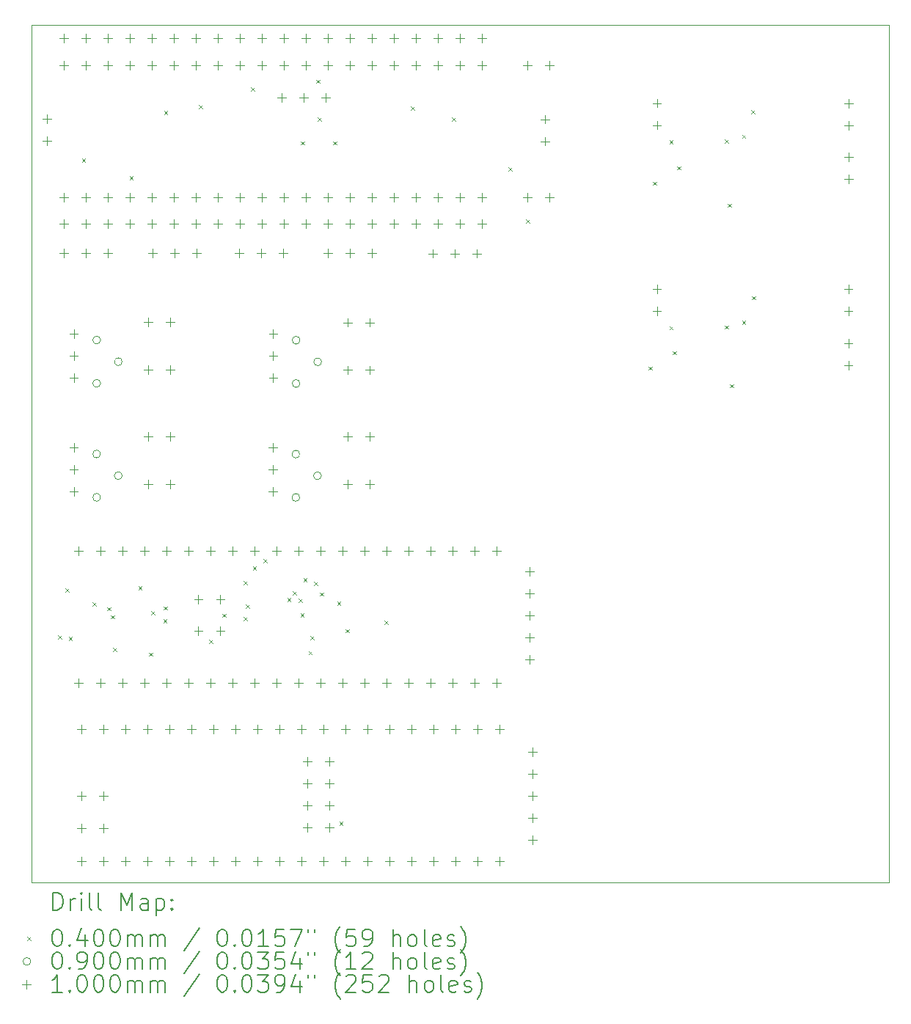
<source format=gbr>
%TF.GenerationSoftware,KiCad,Pcbnew,6.0.7+dfsg-1~bpo11+1*%
%TF.CreationDate,2022-09-15T22:54:31-04:00*%
%TF.ProjectId,COMPLETE_PCB,434f4d50-4c45-4544-955f-5043422e6b69,rev?*%
%TF.SameCoordinates,Original*%
%TF.FileFunction,Drillmap*%
%TF.FilePolarity,Positive*%
%FSLAX45Y45*%
G04 Gerber Fmt 4.5, Leading zero omitted, Abs format (unit mm)*
G04 Created by KiCad (PCBNEW 6.0.7+dfsg-1~bpo11+1) date 2022-09-15 22:54:31*
%MOMM*%
%LPD*%
G01*
G04 APERTURE LIST*
%ADD10C,0.100000*%
%ADD11C,0.200000*%
%ADD12C,0.040000*%
%ADD13C,0.090000*%
G04 APERTURE END LIST*
D10*
X2492000Y-2213000D02*
X12392000Y-2213000D01*
X12392000Y-2213000D02*
X12392000Y-12113000D01*
X12392000Y-12113000D02*
X2492000Y-12113000D01*
X2492000Y-12113000D02*
X2492000Y-2213000D01*
D11*
D12*
X2802120Y-9259410D02*
X2842120Y-9299410D01*
X2842120Y-9259410D02*
X2802120Y-9299410D01*
X2884120Y-8716410D02*
X2924120Y-8756410D01*
X2924120Y-8716410D02*
X2884120Y-8756410D01*
X2924120Y-9275440D02*
X2964120Y-9315440D01*
X2964120Y-9275440D02*
X2924120Y-9315440D01*
X3076000Y-3756000D02*
X3116000Y-3796000D01*
X3116000Y-3756000D02*
X3076000Y-3796000D01*
X3201350Y-8874640D02*
X3241350Y-8914640D01*
X3241350Y-8874640D02*
X3201350Y-8914640D01*
X3369120Y-8931410D02*
X3409120Y-8971410D01*
X3409120Y-8931410D02*
X3369120Y-8971410D01*
X3410539Y-9024772D02*
X3450539Y-9064772D01*
X3450539Y-9024772D02*
X3410539Y-9064772D01*
X3439120Y-9400410D02*
X3479120Y-9440410D01*
X3479120Y-9400410D02*
X3439120Y-9440410D01*
X3626000Y-3956000D02*
X3666000Y-3996000D01*
X3666000Y-3956000D02*
X3626000Y-3996000D01*
X3727940Y-8693590D02*
X3767940Y-8733590D01*
X3767940Y-8693590D02*
X3727940Y-8733590D01*
X3854120Y-9457940D02*
X3894120Y-9497940D01*
X3894120Y-9457940D02*
X3854120Y-9497940D01*
X3878380Y-8979420D02*
X3918380Y-9019420D01*
X3918380Y-8979420D02*
X3878380Y-9019420D01*
X4015540Y-9069410D02*
X4055540Y-9109410D01*
X4055540Y-9069410D02*
X4015540Y-9109410D01*
X4020734Y-8924510D02*
X4060734Y-8964510D01*
X4060734Y-8924510D02*
X4020734Y-8964510D01*
X4026000Y-3206000D02*
X4066000Y-3246000D01*
X4066000Y-3206000D02*
X4026000Y-3246000D01*
X4426000Y-3133550D02*
X4466000Y-3173550D01*
X4466000Y-3133550D02*
X4426000Y-3173550D01*
X4548120Y-9308410D02*
X4588120Y-9348410D01*
X4588120Y-9308410D02*
X4548120Y-9348410D01*
X4696120Y-9007410D02*
X4736120Y-9047410D01*
X4736120Y-9007410D02*
X4696120Y-9047410D01*
X4940941Y-8631760D02*
X4980941Y-8671760D01*
X4980941Y-8631760D02*
X4940941Y-8671760D01*
X4944279Y-9045310D02*
X4984279Y-9085310D01*
X4984279Y-9045310D02*
X4944279Y-9085310D01*
X4968120Y-8900410D02*
X5008120Y-8940410D01*
X5008120Y-8900410D02*
X4968120Y-8940410D01*
X5026000Y-2931000D02*
X5066000Y-2971000D01*
X5066000Y-2931000D02*
X5026000Y-2971000D01*
X5050395Y-8464225D02*
X5090395Y-8504225D01*
X5090395Y-8464225D02*
X5050395Y-8504225D01*
X5169310Y-8378220D02*
X5209310Y-8418220D01*
X5209310Y-8378220D02*
X5169310Y-8418220D01*
X5447200Y-8825787D02*
X5487200Y-8865787D01*
X5487200Y-8825787D02*
X5447200Y-8865787D01*
X5511598Y-8749348D02*
X5551598Y-8789348D01*
X5551598Y-8749348D02*
X5511598Y-8789348D01*
X5581120Y-8834410D02*
X5621120Y-8874410D01*
X5621120Y-8834410D02*
X5581120Y-8874410D01*
X5600120Y-9001410D02*
X5640120Y-9041410D01*
X5640120Y-9001410D02*
X5600120Y-9041410D01*
X5601000Y-3556000D02*
X5641000Y-3596000D01*
X5641000Y-3556000D02*
X5601000Y-3596000D01*
X5634483Y-8596973D02*
X5674483Y-8636973D01*
X5674483Y-8596973D02*
X5634483Y-8636973D01*
X5694120Y-9440410D02*
X5734120Y-9480410D01*
X5734120Y-9440410D02*
X5694120Y-9480410D01*
X5716120Y-9269410D02*
X5756120Y-9309410D01*
X5756120Y-9269410D02*
X5716120Y-9309410D01*
X5753670Y-8642690D02*
X5793670Y-8682690D01*
X5793670Y-8642690D02*
X5753670Y-8682690D01*
X5779747Y-2844913D02*
X5819747Y-2884913D01*
X5819747Y-2844913D02*
X5779747Y-2884913D01*
X5801000Y-3281000D02*
X5841000Y-3321000D01*
X5841000Y-3281000D02*
X5801000Y-3321000D01*
X5826120Y-8763410D02*
X5866120Y-8803410D01*
X5866120Y-8763410D02*
X5826120Y-8803410D01*
X5976000Y-3556000D02*
X6016000Y-3596000D01*
X6016000Y-3556000D02*
X5976000Y-3596000D01*
X6023120Y-8869410D02*
X6063120Y-8909410D01*
X6063120Y-8869410D02*
X6023120Y-8909410D01*
X6048660Y-11409990D02*
X6088660Y-11449990D01*
X6088660Y-11409990D02*
X6048660Y-11449990D01*
X6123410Y-9186920D02*
X6163410Y-9226920D01*
X6163410Y-9186920D02*
X6123410Y-9226920D01*
X6568120Y-9090410D02*
X6608120Y-9130410D01*
X6608120Y-9090410D02*
X6568120Y-9130410D01*
X6876000Y-3156000D02*
X6916000Y-3196000D01*
X6916000Y-3156000D02*
X6876000Y-3196000D01*
X7351000Y-3281000D02*
X7391000Y-3321000D01*
X7391000Y-3281000D02*
X7351000Y-3321000D01*
X8001000Y-3856000D02*
X8041000Y-3896000D01*
X8041000Y-3856000D02*
X8001000Y-3896000D01*
X8201000Y-4456000D02*
X8241000Y-4496000D01*
X8241000Y-4456000D02*
X8201000Y-4496000D01*
X9619300Y-6155617D02*
X9659300Y-6195617D01*
X9659300Y-6155617D02*
X9619300Y-6195617D01*
X9670100Y-4022017D02*
X9710100Y-4062017D01*
X9710100Y-4022017D02*
X9670100Y-4062017D01*
X9858500Y-3540817D02*
X9898500Y-3580817D01*
X9898500Y-3540817D02*
X9858500Y-3580817D01*
X9858750Y-5688067D02*
X9898750Y-5728067D01*
X9898750Y-5688067D02*
X9858750Y-5728067D01*
X9898700Y-5977817D02*
X9938700Y-6017817D01*
X9938700Y-5977817D02*
X9898700Y-6017817D01*
X9949500Y-3844217D02*
X9989500Y-3884217D01*
X9989500Y-3844217D02*
X9949500Y-3884217D01*
X10499000Y-3533317D02*
X10539000Y-3573317D01*
X10539000Y-3533317D02*
X10499000Y-3573317D01*
X10499250Y-5680567D02*
X10539250Y-5720567D01*
X10539250Y-5680567D02*
X10499250Y-5720567D01*
X10533700Y-4276017D02*
X10573700Y-4316017D01*
X10573700Y-4276017D02*
X10533700Y-4316017D01*
X10559100Y-6358817D02*
X10599100Y-6398817D01*
X10599100Y-6358817D02*
X10559100Y-6398817D01*
X10697500Y-3479817D02*
X10737500Y-3519817D01*
X10737500Y-3479817D02*
X10697500Y-3519817D01*
X10697750Y-5627067D02*
X10737750Y-5667067D01*
X10737750Y-5627067D02*
X10697750Y-5667067D01*
X10801500Y-3193817D02*
X10841500Y-3233817D01*
X10841500Y-3193817D02*
X10801500Y-3233817D01*
X10813100Y-5342817D02*
X10853100Y-5382817D01*
X10853100Y-5342817D02*
X10813100Y-5382817D01*
D13*
X3292000Y-5849000D02*
G75*
G03*
X3292000Y-5849000I-45000J0D01*
G01*
X3292000Y-6349000D02*
G75*
G03*
X3292000Y-6349000I-45000J0D01*
G01*
X3292000Y-7165000D02*
G75*
G03*
X3292000Y-7165000I-45000J0D01*
G01*
X3292000Y-7665000D02*
G75*
G03*
X3292000Y-7665000I-45000J0D01*
G01*
X3542000Y-6099000D02*
G75*
G03*
X3542000Y-6099000I-45000J0D01*
G01*
X3542000Y-7415000D02*
G75*
G03*
X3542000Y-7415000I-45000J0D01*
G01*
X5591000Y-7166000D02*
G75*
G03*
X5591000Y-7166000I-45000J0D01*
G01*
X5591000Y-7666000D02*
G75*
G03*
X5591000Y-7666000I-45000J0D01*
G01*
X5594000Y-5851000D02*
G75*
G03*
X5594000Y-5851000I-45000J0D01*
G01*
X5594000Y-6351000D02*
G75*
G03*
X5594000Y-6351000I-45000J0D01*
G01*
X5841000Y-7416000D02*
G75*
G03*
X5841000Y-7416000I-45000J0D01*
G01*
X5844000Y-6101000D02*
G75*
G03*
X5844000Y-6101000I-45000J0D01*
G01*
D10*
X2671000Y-3248500D02*
X2671000Y-3348500D01*
X2621000Y-3298500D02*
X2721000Y-3298500D01*
X2671000Y-3502500D02*
X2671000Y-3602500D01*
X2621000Y-3552500D02*
X2721000Y-3552500D01*
X2870000Y-4459000D02*
X2870000Y-4559000D01*
X2820000Y-4509000D02*
X2920000Y-4509000D01*
X2870000Y-4798000D02*
X2870000Y-4898000D01*
X2820000Y-4848000D02*
X2920000Y-4848000D01*
X2871000Y-2318000D02*
X2871000Y-2418000D01*
X2821000Y-2368000D02*
X2921000Y-2368000D01*
X2871000Y-2628540D02*
X2871000Y-2728540D01*
X2821000Y-2678540D02*
X2921000Y-2678540D01*
X2871000Y-4150000D02*
X2871000Y-4250000D01*
X2821000Y-4200000D02*
X2921000Y-4200000D01*
X2983000Y-5724000D02*
X2983000Y-5824000D01*
X2933000Y-5774000D02*
X3033000Y-5774000D01*
X2983000Y-5978000D02*
X2983000Y-6078000D01*
X2933000Y-6028000D02*
X3033000Y-6028000D01*
X2983000Y-6232000D02*
X2983000Y-6332000D01*
X2933000Y-6282000D02*
X3033000Y-6282000D01*
X2983000Y-7040000D02*
X2983000Y-7140000D01*
X2933000Y-7090000D02*
X3033000Y-7090000D01*
X2983000Y-7294000D02*
X2983000Y-7394000D01*
X2933000Y-7344000D02*
X3033000Y-7344000D01*
X2983000Y-7548000D02*
X2983000Y-7648000D01*
X2933000Y-7598000D02*
X3033000Y-7598000D01*
X3040120Y-8230410D02*
X3040120Y-8330410D01*
X2990120Y-8280410D02*
X3090120Y-8280410D01*
X3040120Y-9754410D02*
X3040120Y-9854410D01*
X2990120Y-9804410D02*
X3090120Y-9804410D01*
X3070120Y-11063330D02*
X3070120Y-11163330D01*
X3020120Y-11113330D02*
X3120120Y-11113330D01*
X3070120Y-11431810D02*
X3070120Y-11531810D01*
X3020120Y-11481810D02*
X3120120Y-11481810D01*
X3073180Y-10287350D02*
X3073180Y-10387350D01*
X3023180Y-10337350D02*
X3123180Y-10337350D01*
X3073180Y-11811350D02*
X3073180Y-11911350D01*
X3023180Y-11861350D02*
X3123180Y-11861350D01*
X3124000Y-4459000D02*
X3124000Y-4559000D01*
X3074000Y-4509000D02*
X3174000Y-4509000D01*
X3124000Y-4798000D02*
X3124000Y-4898000D01*
X3074000Y-4848000D02*
X3174000Y-4848000D01*
X3125000Y-2318000D02*
X3125000Y-2418000D01*
X3075000Y-2368000D02*
X3175000Y-2368000D01*
X3125000Y-2628540D02*
X3125000Y-2728540D01*
X3075000Y-2678540D02*
X3175000Y-2678540D01*
X3125000Y-4150000D02*
X3125000Y-4250000D01*
X3075000Y-4200000D02*
X3175000Y-4200000D01*
X3294120Y-8230410D02*
X3294120Y-8330410D01*
X3244120Y-8280410D02*
X3344120Y-8280410D01*
X3294120Y-9754410D02*
X3294120Y-9854410D01*
X3244120Y-9804410D02*
X3344120Y-9804410D01*
X3324120Y-11063330D02*
X3324120Y-11163330D01*
X3274120Y-11113330D02*
X3374120Y-11113330D01*
X3324120Y-11431810D02*
X3324120Y-11531810D01*
X3274120Y-11481810D02*
X3374120Y-11481810D01*
X3327180Y-10287350D02*
X3327180Y-10387350D01*
X3277180Y-10337350D02*
X3377180Y-10337350D01*
X3327180Y-11811350D02*
X3327180Y-11911350D01*
X3277180Y-11861350D02*
X3377180Y-11861350D01*
X3378000Y-4459000D02*
X3378000Y-4559000D01*
X3328000Y-4509000D02*
X3428000Y-4509000D01*
X3378000Y-4798000D02*
X3378000Y-4898000D01*
X3328000Y-4848000D02*
X3428000Y-4848000D01*
X3379000Y-2318000D02*
X3379000Y-2418000D01*
X3329000Y-2368000D02*
X3429000Y-2368000D01*
X3379000Y-2628540D02*
X3379000Y-2728540D01*
X3329000Y-2678540D02*
X3429000Y-2678540D01*
X3379000Y-4150000D02*
X3379000Y-4250000D01*
X3329000Y-4200000D02*
X3429000Y-4200000D01*
X3548120Y-8230410D02*
X3548120Y-8330410D01*
X3498120Y-8280410D02*
X3598120Y-8280410D01*
X3548120Y-9754410D02*
X3548120Y-9854410D01*
X3498120Y-9804410D02*
X3598120Y-9804410D01*
X3581180Y-10287350D02*
X3581180Y-10387350D01*
X3531180Y-10337350D02*
X3631180Y-10337350D01*
X3581180Y-11811350D02*
X3581180Y-11911350D01*
X3531180Y-11861350D02*
X3631180Y-11861350D01*
X3632000Y-4459000D02*
X3632000Y-4559000D01*
X3582000Y-4509000D02*
X3682000Y-4509000D01*
X3633000Y-2318000D02*
X3633000Y-2418000D01*
X3583000Y-2368000D02*
X3683000Y-2368000D01*
X3633000Y-2628540D02*
X3633000Y-2728540D01*
X3583000Y-2678540D02*
X3683000Y-2678540D01*
X3633000Y-4150000D02*
X3633000Y-4250000D01*
X3583000Y-4200000D02*
X3683000Y-4200000D01*
X3802120Y-8230410D02*
X3802120Y-8330410D01*
X3752120Y-8280410D02*
X3852120Y-8280410D01*
X3802120Y-9754410D02*
X3802120Y-9854410D01*
X3752120Y-9804410D02*
X3852120Y-9804410D01*
X3835180Y-10287350D02*
X3835180Y-10387350D01*
X3785180Y-10337350D02*
X3885180Y-10337350D01*
X3835180Y-11811350D02*
X3835180Y-11911350D01*
X3785180Y-11861350D02*
X3885180Y-11861350D01*
X3843000Y-5594000D02*
X3843000Y-5694000D01*
X3793000Y-5644000D02*
X3893000Y-5644000D01*
X3843000Y-6144000D02*
X3843000Y-6244000D01*
X3793000Y-6194000D02*
X3893000Y-6194000D01*
X3843000Y-6910000D02*
X3843000Y-7010000D01*
X3793000Y-6960000D02*
X3893000Y-6960000D01*
X3843000Y-7460000D02*
X3843000Y-7560000D01*
X3793000Y-7510000D02*
X3893000Y-7510000D01*
X3886000Y-4459000D02*
X3886000Y-4559000D01*
X3836000Y-4509000D02*
X3936000Y-4509000D01*
X3887000Y-2318000D02*
X3887000Y-2418000D01*
X3837000Y-2368000D02*
X3937000Y-2368000D01*
X3887000Y-2628540D02*
X3887000Y-2728540D01*
X3837000Y-2678540D02*
X3937000Y-2678540D01*
X3887000Y-4150000D02*
X3887000Y-4250000D01*
X3837000Y-4200000D02*
X3937000Y-4200000D01*
X3892000Y-4798000D02*
X3892000Y-4898000D01*
X3842000Y-4848000D02*
X3942000Y-4848000D01*
X4056120Y-8230410D02*
X4056120Y-8330410D01*
X4006120Y-8280410D02*
X4106120Y-8280410D01*
X4056120Y-9754410D02*
X4056120Y-9854410D01*
X4006120Y-9804410D02*
X4106120Y-9804410D01*
X4089180Y-10287350D02*
X4089180Y-10387350D01*
X4039180Y-10337350D02*
X4139180Y-10337350D01*
X4089180Y-11811350D02*
X4089180Y-11911350D01*
X4039180Y-11861350D02*
X4139180Y-11861350D01*
X4097000Y-5594000D02*
X4097000Y-5694000D01*
X4047000Y-5644000D02*
X4147000Y-5644000D01*
X4097000Y-6144000D02*
X4097000Y-6244000D01*
X4047000Y-6194000D02*
X4147000Y-6194000D01*
X4097000Y-6910000D02*
X4097000Y-7010000D01*
X4047000Y-6960000D02*
X4147000Y-6960000D01*
X4097000Y-7460000D02*
X4097000Y-7560000D01*
X4047000Y-7510000D02*
X4147000Y-7510000D01*
X4140000Y-4459000D02*
X4140000Y-4559000D01*
X4090000Y-4509000D02*
X4190000Y-4509000D01*
X4141000Y-2318000D02*
X4141000Y-2418000D01*
X4091000Y-2368000D02*
X4191000Y-2368000D01*
X4141000Y-2628540D02*
X4141000Y-2728540D01*
X4091000Y-2678540D02*
X4191000Y-2678540D01*
X4141000Y-4150000D02*
X4141000Y-4250000D01*
X4091000Y-4200000D02*
X4191000Y-4200000D01*
X4146000Y-4798000D02*
X4146000Y-4898000D01*
X4096000Y-4848000D02*
X4196000Y-4848000D01*
X4310120Y-8230410D02*
X4310120Y-8330410D01*
X4260120Y-8280410D02*
X4360120Y-8280410D01*
X4310120Y-9754410D02*
X4310120Y-9854410D01*
X4260120Y-9804410D02*
X4360120Y-9804410D01*
X4343180Y-10287350D02*
X4343180Y-10387350D01*
X4293180Y-10337350D02*
X4393180Y-10337350D01*
X4343180Y-11811350D02*
X4343180Y-11911350D01*
X4293180Y-11861350D02*
X4393180Y-11861350D01*
X4394000Y-4459000D02*
X4394000Y-4559000D01*
X4344000Y-4509000D02*
X4444000Y-4509000D01*
X4395000Y-2318000D02*
X4395000Y-2418000D01*
X4345000Y-2368000D02*
X4445000Y-2368000D01*
X4395000Y-2628540D02*
X4395000Y-2728540D01*
X4345000Y-2678540D02*
X4445000Y-2678540D01*
X4395000Y-4150000D02*
X4395000Y-4250000D01*
X4345000Y-4200000D02*
X4445000Y-4200000D01*
X4400000Y-4798000D02*
X4400000Y-4898000D01*
X4350000Y-4848000D02*
X4450000Y-4848000D01*
X4421120Y-8793030D02*
X4421120Y-8893030D01*
X4371120Y-8843030D02*
X4471120Y-8843030D01*
X4421620Y-9158790D02*
X4421620Y-9258790D01*
X4371620Y-9208790D02*
X4471620Y-9208790D01*
X4564120Y-8230410D02*
X4564120Y-8330410D01*
X4514120Y-8280410D02*
X4614120Y-8280410D01*
X4564120Y-9754410D02*
X4564120Y-9854410D01*
X4514120Y-9804410D02*
X4614120Y-9804410D01*
X4597180Y-10287350D02*
X4597180Y-10387350D01*
X4547180Y-10337350D02*
X4647180Y-10337350D01*
X4597180Y-11811350D02*
X4597180Y-11911350D01*
X4547180Y-11861350D02*
X4647180Y-11861350D01*
X4648000Y-4459000D02*
X4648000Y-4559000D01*
X4598000Y-4509000D02*
X4698000Y-4509000D01*
X4649000Y-2318000D02*
X4649000Y-2418000D01*
X4599000Y-2368000D02*
X4699000Y-2368000D01*
X4649000Y-2628540D02*
X4649000Y-2728540D01*
X4599000Y-2678540D02*
X4699000Y-2678540D01*
X4649000Y-4150000D02*
X4649000Y-4250000D01*
X4599000Y-4200000D02*
X4699000Y-4200000D01*
X4675120Y-8793030D02*
X4675120Y-8893030D01*
X4625120Y-8843030D02*
X4725120Y-8843030D01*
X4675620Y-9158790D02*
X4675620Y-9258790D01*
X4625620Y-9208790D02*
X4725620Y-9208790D01*
X4818120Y-8230410D02*
X4818120Y-8330410D01*
X4768120Y-8280410D02*
X4868120Y-8280410D01*
X4818120Y-9754410D02*
X4818120Y-9854410D01*
X4768120Y-9804410D02*
X4868120Y-9804410D01*
X4851180Y-10287350D02*
X4851180Y-10387350D01*
X4801180Y-10337350D02*
X4901180Y-10337350D01*
X4851180Y-11811350D02*
X4851180Y-11911350D01*
X4801180Y-11861350D02*
X4901180Y-11861350D01*
X4893000Y-4797000D02*
X4893000Y-4897000D01*
X4843000Y-4847000D02*
X4943000Y-4847000D01*
X4902000Y-4459000D02*
X4902000Y-4559000D01*
X4852000Y-4509000D02*
X4952000Y-4509000D01*
X4903000Y-2318000D02*
X4903000Y-2418000D01*
X4853000Y-2368000D02*
X4953000Y-2368000D01*
X4903000Y-2628540D02*
X4903000Y-2728540D01*
X4853000Y-2678540D02*
X4953000Y-2678540D01*
X4903000Y-4150000D02*
X4903000Y-4250000D01*
X4853000Y-4200000D02*
X4953000Y-4200000D01*
X5072120Y-8230410D02*
X5072120Y-8330410D01*
X5022120Y-8280410D02*
X5122120Y-8280410D01*
X5072120Y-9754410D02*
X5072120Y-9854410D01*
X5022120Y-9804410D02*
X5122120Y-9804410D01*
X5105180Y-10287350D02*
X5105180Y-10387350D01*
X5055180Y-10337350D02*
X5155180Y-10337350D01*
X5105180Y-11811350D02*
X5105180Y-11911350D01*
X5055180Y-11861350D02*
X5155180Y-11861350D01*
X5147000Y-4797000D02*
X5147000Y-4897000D01*
X5097000Y-4847000D02*
X5197000Y-4847000D01*
X5156000Y-4459000D02*
X5156000Y-4559000D01*
X5106000Y-4509000D02*
X5206000Y-4509000D01*
X5157000Y-2318000D02*
X5157000Y-2418000D01*
X5107000Y-2368000D02*
X5207000Y-2368000D01*
X5157000Y-2628540D02*
X5157000Y-2728540D01*
X5107000Y-2678540D02*
X5207000Y-2678540D01*
X5157000Y-4150000D02*
X5157000Y-4250000D01*
X5107000Y-4200000D02*
X5207000Y-4200000D01*
X5282000Y-7041000D02*
X5282000Y-7141000D01*
X5232000Y-7091000D02*
X5332000Y-7091000D01*
X5282000Y-7295000D02*
X5282000Y-7395000D01*
X5232000Y-7345000D02*
X5332000Y-7345000D01*
X5282000Y-7549000D02*
X5282000Y-7649000D01*
X5232000Y-7599000D02*
X5332000Y-7599000D01*
X5285000Y-5726000D02*
X5285000Y-5826000D01*
X5235000Y-5776000D02*
X5335000Y-5776000D01*
X5285000Y-5980000D02*
X5285000Y-6080000D01*
X5235000Y-6030000D02*
X5335000Y-6030000D01*
X5285000Y-6234000D02*
X5285000Y-6334000D01*
X5235000Y-6284000D02*
X5335000Y-6284000D01*
X5326120Y-8230410D02*
X5326120Y-8330410D01*
X5276120Y-8280410D02*
X5376120Y-8280410D01*
X5326120Y-9754410D02*
X5326120Y-9854410D01*
X5276120Y-9804410D02*
X5376120Y-9804410D01*
X5359180Y-10287350D02*
X5359180Y-10387350D01*
X5309180Y-10337350D02*
X5409180Y-10337350D01*
X5359180Y-11811350D02*
X5359180Y-11911350D01*
X5309180Y-11861350D02*
X5409180Y-11861350D01*
X5386000Y-3001000D02*
X5386000Y-3101000D01*
X5336000Y-3051000D02*
X5436000Y-3051000D01*
X5401000Y-4797000D02*
X5401000Y-4897000D01*
X5351000Y-4847000D02*
X5451000Y-4847000D01*
X5410000Y-4459000D02*
X5410000Y-4559000D01*
X5360000Y-4509000D02*
X5460000Y-4509000D01*
X5411000Y-2318000D02*
X5411000Y-2418000D01*
X5361000Y-2368000D02*
X5461000Y-2368000D01*
X5411000Y-2628540D02*
X5411000Y-2728540D01*
X5361000Y-2678540D02*
X5461000Y-2678540D01*
X5411000Y-4150000D02*
X5411000Y-4250000D01*
X5361000Y-4200000D02*
X5461000Y-4200000D01*
X5580120Y-8230410D02*
X5580120Y-8330410D01*
X5530120Y-8280410D02*
X5630120Y-8280410D01*
X5580120Y-9754410D02*
X5580120Y-9854410D01*
X5530120Y-9804410D02*
X5630120Y-9804410D01*
X5613180Y-10287350D02*
X5613180Y-10387350D01*
X5563180Y-10337350D02*
X5663180Y-10337350D01*
X5613180Y-11811350D02*
X5613180Y-11911350D01*
X5563180Y-11861350D02*
X5663180Y-11861350D01*
X5640000Y-3001000D02*
X5640000Y-3101000D01*
X5590000Y-3051000D02*
X5690000Y-3051000D01*
X5664000Y-4459000D02*
X5664000Y-4559000D01*
X5614000Y-4509000D02*
X5714000Y-4509000D01*
X5665000Y-2318000D02*
X5665000Y-2418000D01*
X5615000Y-2368000D02*
X5715000Y-2368000D01*
X5665000Y-2628540D02*
X5665000Y-2728540D01*
X5615000Y-2678540D02*
X5715000Y-2678540D01*
X5665000Y-4150000D02*
X5665000Y-4250000D01*
X5615000Y-4200000D02*
X5715000Y-4200000D01*
X5676120Y-10665550D02*
X5676120Y-10765550D01*
X5626120Y-10715550D02*
X5726120Y-10715550D01*
X5676120Y-10919550D02*
X5676120Y-11019550D01*
X5626120Y-10969550D02*
X5726120Y-10969550D01*
X5676120Y-11173550D02*
X5676120Y-11273550D01*
X5626120Y-11223550D02*
X5726120Y-11223550D01*
X5676120Y-11427550D02*
X5676120Y-11527550D01*
X5626120Y-11477550D02*
X5726120Y-11477550D01*
X5834120Y-8230410D02*
X5834120Y-8330410D01*
X5784120Y-8280410D02*
X5884120Y-8280410D01*
X5834120Y-9754410D02*
X5834120Y-9854410D01*
X5784120Y-9804410D02*
X5884120Y-9804410D01*
X5867180Y-10287350D02*
X5867180Y-10387350D01*
X5817180Y-10337350D02*
X5917180Y-10337350D01*
X5867180Y-11811350D02*
X5867180Y-11911350D01*
X5817180Y-11861350D02*
X5917180Y-11861350D01*
X5894000Y-3001000D02*
X5894000Y-3101000D01*
X5844000Y-3051000D02*
X5944000Y-3051000D01*
X5918000Y-4459000D02*
X5918000Y-4559000D01*
X5868000Y-4509000D02*
X5968000Y-4509000D01*
X5918500Y-4797000D02*
X5918500Y-4897000D01*
X5868500Y-4847000D02*
X5968500Y-4847000D01*
X5919000Y-2318000D02*
X5919000Y-2418000D01*
X5869000Y-2368000D02*
X5969000Y-2368000D01*
X5919000Y-2628540D02*
X5919000Y-2728540D01*
X5869000Y-2678540D02*
X5969000Y-2678540D01*
X5919000Y-4150000D02*
X5919000Y-4250000D01*
X5869000Y-4200000D02*
X5969000Y-4200000D01*
X5930120Y-10665550D02*
X5930120Y-10765550D01*
X5880120Y-10715550D02*
X5980120Y-10715550D01*
X5930120Y-10919550D02*
X5930120Y-11019550D01*
X5880120Y-10969550D02*
X5980120Y-10969550D01*
X5930120Y-11173550D02*
X5930120Y-11273550D01*
X5880120Y-11223550D02*
X5980120Y-11223550D01*
X5930120Y-11427550D02*
X5930120Y-11527550D01*
X5880120Y-11477550D02*
X5980120Y-11477550D01*
X6088120Y-8230410D02*
X6088120Y-8330410D01*
X6038120Y-8280410D02*
X6138120Y-8280410D01*
X6088120Y-9754410D02*
X6088120Y-9854410D01*
X6038120Y-9804410D02*
X6138120Y-9804410D01*
X6121180Y-10287350D02*
X6121180Y-10387350D01*
X6071180Y-10337350D02*
X6171180Y-10337350D01*
X6121180Y-11811350D02*
X6121180Y-11911350D01*
X6071180Y-11861350D02*
X6171180Y-11861350D01*
X6142000Y-6911000D02*
X6142000Y-7011000D01*
X6092000Y-6961000D02*
X6192000Y-6961000D01*
X6142000Y-7461000D02*
X6142000Y-7561000D01*
X6092000Y-7511000D02*
X6192000Y-7511000D01*
X6145000Y-5596000D02*
X6145000Y-5696000D01*
X6095000Y-5646000D02*
X6195000Y-5646000D01*
X6145000Y-6146000D02*
X6145000Y-6246000D01*
X6095000Y-6196000D02*
X6195000Y-6196000D01*
X6172000Y-4459000D02*
X6172000Y-4559000D01*
X6122000Y-4509000D02*
X6222000Y-4509000D01*
X6172500Y-4797000D02*
X6172500Y-4897000D01*
X6122500Y-4847000D02*
X6222500Y-4847000D01*
X6173000Y-2318000D02*
X6173000Y-2418000D01*
X6123000Y-2368000D02*
X6223000Y-2368000D01*
X6173000Y-2628540D02*
X6173000Y-2728540D01*
X6123000Y-2678540D02*
X6223000Y-2678540D01*
X6173000Y-4150000D02*
X6173000Y-4250000D01*
X6123000Y-4200000D02*
X6223000Y-4200000D01*
X6342120Y-8230410D02*
X6342120Y-8330410D01*
X6292120Y-8280410D02*
X6392120Y-8280410D01*
X6342120Y-9754410D02*
X6342120Y-9854410D01*
X6292120Y-9804410D02*
X6392120Y-9804410D01*
X6375180Y-10287350D02*
X6375180Y-10387350D01*
X6325180Y-10337350D02*
X6425180Y-10337350D01*
X6375180Y-11811350D02*
X6375180Y-11911350D01*
X6325180Y-11861350D02*
X6425180Y-11861350D01*
X6396000Y-6911000D02*
X6396000Y-7011000D01*
X6346000Y-6961000D02*
X6446000Y-6961000D01*
X6396000Y-7461000D02*
X6396000Y-7561000D01*
X6346000Y-7511000D02*
X6446000Y-7511000D01*
X6399000Y-5596000D02*
X6399000Y-5696000D01*
X6349000Y-5646000D02*
X6449000Y-5646000D01*
X6399000Y-6146000D02*
X6399000Y-6246000D01*
X6349000Y-6196000D02*
X6449000Y-6196000D01*
X6426000Y-4459000D02*
X6426000Y-4559000D01*
X6376000Y-4509000D02*
X6476000Y-4509000D01*
X6426500Y-4797000D02*
X6426500Y-4897000D01*
X6376500Y-4847000D02*
X6476500Y-4847000D01*
X6427000Y-2318000D02*
X6427000Y-2418000D01*
X6377000Y-2368000D02*
X6477000Y-2368000D01*
X6427000Y-2628540D02*
X6427000Y-2728540D01*
X6377000Y-2678540D02*
X6477000Y-2678540D01*
X6427000Y-4150000D02*
X6427000Y-4250000D01*
X6377000Y-4200000D02*
X6477000Y-4200000D01*
X6596120Y-8230410D02*
X6596120Y-8330410D01*
X6546120Y-8280410D02*
X6646120Y-8280410D01*
X6596120Y-9754410D02*
X6596120Y-9854410D01*
X6546120Y-9804410D02*
X6646120Y-9804410D01*
X6629180Y-10287350D02*
X6629180Y-10387350D01*
X6579180Y-10337350D02*
X6679180Y-10337350D01*
X6629180Y-11811350D02*
X6629180Y-11911350D01*
X6579180Y-11861350D02*
X6679180Y-11861350D01*
X6680000Y-4459000D02*
X6680000Y-4559000D01*
X6630000Y-4509000D02*
X6730000Y-4509000D01*
X6681000Y-2318000D02*
X6681000Y-2418000D01*
X6631000Y-2368000D02*
X6731000Y-2368000D01*
X6681000Y-2628540D02*
X6681000Y-2728540D01*
X6631000Y-2678540D02*
X6731000Y-2678540D01*
X6681000Y-4150000D02*
X6681000Y-4250000D01*
X6631000Y-4200000D02*
X6731000Y-4200000D01*
X6850120Y-8230410D02*
X6850120Y-8330410D01*
X6800120Y-8280410D02*
X6900120Y-8280410D01*
X6850120Y-9754410D02*
X6850120Y-9854410D01*
X6800120Y-9804410D02*
X6900120Y-9804410D01*
X6883180Y-10287350D02*
X6883180Y-10387350D01*
X6833180Y-10337350D02*
X6933180Y-10337350D01*
X6883180Y-11811350D02*
X6883180Y-11911350D01*
X6833180Y-11861350D02*
X6933180Y-11861350D01*
X6934000Y-4459000D02*
X6934000Y-4559000D01*
X6884000Y-4509000D02*
X6984000Y-4509000D01*
X6935000Y-2318000D02*
X6935000Y-2418000D01*
X6885000Y-2368000D02*
X6985000Y-2368000D01*
X6935000Y-2628540D02*
X6935000Y-2728540D01*
X6885000Y-2678540D02*
X6985000Y-2678540D01*
X6935000Y-4150000D02*
X6935000Y-4250000D01*
X6885000Y-4200000D02*
X6985000Y-4200000D01*
X7104120Y-8230410D02*
X7104120Y-8330410D01*
X7054120Y-8280410D02*
X7154120Y-8280410D01*
X7104120Y-9754410D02*
X7104120Y-9854410D01*
X7054120Y-9804410D02*
X7154120Y-9804410D01*
X7129000Y-4800000D02*
X7129000Y-4900000D01*
X7079000Y-4850000D02*
X7179000Y-4850000D01*
X7137180Y-10287350D02*
X7137180Y-10387350D01*
X7087180Y-10337350D02*
X7187180Y-10337350D01*
X7137180Y-11811350D02*
X7137180Y-11911350D01*
X7087180Y-11861350D02*
X7187180Y-11861350D01*
X7188000Y-4459000D02*
X7188000Y-4559000D01*
X7138000Y-4509000D02*
X7238000Y-4509000D01*
X7189000Y-2318000D02*
X7189000Y-2418000D01*
X7139000Y-2368000D02*
X7239000Y-2368000D01*
X7189000Y-2628540D02*
X7189000Y-2728540D01*
X7139000Y-2678540D02*
X7239000Y-2678540D01*
X7189000Y-4150000D02*
X7189000Y-4250000D01*
X7139000Y-4200000D02*
X7239000Y-4200000D01*
X7358120Y-8230410D02*
X7358120Y-8330410D01*
X7308120Y-8280410D02*
X7408120Y-8280410D01*
X7358120Y-9754410D02*
X7358120Y-9854410D01*
X7308120Y-9804410D02*
X7408120Y-9804410D01*
X7383000Y-4800000D02*
X7383000Y-4900000D01*
X7333000Y-4850000D02*
X7433000Y-4850000D01*
X7391180Y-10287350D02*
X7391180Y-10387350D01*
X7341180Y-10337350D02*
X7441180Y-10337350D01*
X7391180Y-11811350D02*
X7391180Y-11911350D01*
X7341180Y-11861350D02*
X7441180Y-11861350D01*
X7442000Y-4459000D02*
X7442000Y-4559000D01*
X7392000Y-4509000D02*
X7492000Y-4509000D01*
X7443000Y-2318000D02*
X7443000Y-2418000D01*
X7393000Y-2368000D02*
X7493000Y-2368000D01*
X7443000Y-2628540D02*
X7443000Y-2728540D01*
X7393000Y-2678540D02*
X7493000Y-2678540D01*
X7443000Y-4150000D02*
X7443000Y-4250000D01*
X7393000Y-4200000D02*
X7493000Y-4200000D01*
X7612120Y-8230410D02*
X7612120Y-8330410D01*
X7562120Y-8280410D02*
X7662120Y-8280410D01*
X7612120Y-9754410D02*
X7612120Y-9854410D01*
X7562120Y-9804410D02*
X7662120Y-9804410D01*
X7637000Y-4800000D02*
X7637000Y-4900000D01*
X7587000Y-4850000D02*
X7687000Y-4850000D01*
X7645180Y-10287350D02*
X7645180Y-10387350D01*
X7595180Y-10337350D02*
X7695180Y-10337350D01*
X7645180Y-11811350D02*
X7645180Y-11911350D01*
X7595180Y-11861350D02*
X7695180Y-11861350D01*
X7696000Y-4459000D02*
X7696000Y-4559000D01*
X7646000Y-4509000D02*
X7746000Y-4509000D01*
X7697000Y-2318000D02*
X7697000Y-2418000D01*
X7647000Y-2368000D02*
X7747000Y-2368000D01*
X7697000Y-2628540D02*
X7697000Y-2728540D01*
X7647000Y-2678540D02*
X7747000Y-2678540D01*
X7697000Y-4150000D02*
X7697000Y-4250000D01*
X7647000Y-4200000D02*
X7747000Y-4200000D01*
X7866120Y-8230410D02*
X7866120Y-8330410D01*
X7816120Y-8280410D02*
X7916120Y-8280410D01*
X7866120Y-9754410D02*
X7866120Y-9854410D01*
X7816120Y-9804410D02*
X7916120Y-9804410D01*
X7899180Y-10287350D02*
X7899180Y-10387350D01*
X7849180Y-10337350D02*
X7949180Y-10337350D01*
X7899180Y-11811350D02*
X7899180Y-11911350D01*
X7849180Y-11861350D02*
X7949180Y-11861350D01*
X8218500Y-2626000D02*
X8218500Y-2726000D01*
X8168500Y-2676000D02*
X8268500Y-2676000D01*
X8218500Y-4151000D02*
X8218500Y-4251000D01*
X8168500Y-4201000D02*
X8268500Y-4201000D01*
X8241200Y-8467370D02*
X8241200Y-8567370D01*
X8191200Y-8517370D02*
X8291200Y-8517370D01*
X8241200Y-8721370D02*
X8241200Y-8821370D01*
X8191200Y-8771370D02*
X8291200Y-8771370D01*
X8241200Y-8975370D02*
X8241200Y-9075370D01*
X8191200Y-9025370D02*
X8291200Y-9025370D01*
X8241200Y-9229370D02*
X8241200Y-9329370D01*
X8191200Y-9279370D02*
X8291200Y-9279370D01*
X8241200Y-9483370D02*
X8241200Y-9583370D01*
X8191200Y-9533370D02*
X8291200Y-9533370D01*
X8277580Y-10553250D02*
X8277580Y-10653250D01*
X8227580Y-10603250D02*
X8327580Y-10603250D01*
X8277580Y-10807250D02*
X8277580Y-10907250D01*
X8227580Y-10857250D02*
X8327580Y-10857250D01*
X8277580Y-11061250D02*
X8277580Y-11161250D01*
X8227580Y-11111250D02*
X8327580Y-11111250D01*
X8277580Y-11315250D02*
X8277580Y-11415250D01*
X8227580Y-11365250D02*
X8327580Y-11365250D01*
X8277580Y-11569250D02*
X8277580Y-11669250D01*
X8227580Y-11619250D02*
X8327580Y-11619250D01*
X8421000Y-3251000D02*
X8421000Y-3351000D01*
X8371000Y-3301000D02*
X8471000Y-3301000D01*
X8421000Y-3505000D02*
X8421000Y-3605000D01*
X8371000Y-3555000D02*
X8471000Y-3555000D01*
X8472500Y-2626000D02*
X8472500Y-2726000D01*
X8422500Y-2676000D02*
X8522500Y-2676000D01*
X8472500Y-4151000D02*
X8472500Y-4251000D01*
X8422500Y-4201000D02*
X8522500Y-4201000D01*
X9713500Y-3064317D02*
X9713500Y-3164317D01*
X9663500Y-3114317D02*
X9763500Y-3114317D01*
X9713500Y-3318317D02*
X9713500Y-3418317D01*
X9663500Y-3368317D02*
X9763500Y-3368317D01*
X9713750Y-5211567D02*
X9713750Y-5311567D01*
X9663750Y-5261567D02*
X9763750Y-5261567D01*
X9713750Y-5465567D02*
X9713750Y-5565567D01*
X9663750Y-5515567D02*
X9763750Y-5515567D01*
X11923500Y-5213817D02*
X11923500Y-5313817D01*
X11873500Y-5263817D02*
X11973500Y-5263817D01*
X11923500Y-5467817D02*
X11923500Y-5567817D01*
X11873500Y-5517817D02*
X11973500Y-5517817D01*
X11923500Y-5835817D02*
X11923500Y-5935817D01*
X11873500Y-5885817D02*
X11973500Y-5885817D01*
X11923500Y-6089817D02*
X11923500Y-6189817D01*
X11873500Y-6139817D02*
X11973500Y-6139817D01*
X11924500Y-3066317D02*
X11924500Y-3166317D01*
X11874500Y-3116317D02*
X11974500Y-3116317D01*
X11924500Y-3320317D02*
X11924500Y-3420317D01*
X11874500Y-3370317D02*
X11974500Y-3370317D01*
X11925500Y-3686817D02*
X11925500Y-3786817D01*
X11875500Y-3736817D02*
X11975500Y-3736817D01*
X11925500Y-3940817D02*
X11925500Y-4040817D01*
X11875500Y-3990817D02*
X11975500Y-3990817D01*
D11*
X2744619Y-12428476D02*
X2744619Y-12228476D01*
X2792238Y-12228476D01*
X2820809Y-12238000D01*
X2839857Y-12257048D01*
X2849381Y-12276095D01*
X2858905Y-12314190D01*
X2858905Y-12342762D01*
X2849381Y-12380857D01*
X2839857Y-12399905D01*
X2820809Y-12418952D01*
X2792238Y-12428476D01*
X2744619Y-12428476D01*
X2944619Y-12428476D02*
X2944619Y-12295143D01*
X2944619Y-12333238D02*
X2954143Y-12314190D01*
X2963667Y-12304667D01*
X2982714Y-12295143D01*
X3001762Y-12295143D01*
X3068428Y-12428476D02*
X3068428Y-12295143D01*
X3068428Y-12228476D02*
X3058905Y-12238000D01*
X3068428Y-12247524D01*
X3077952Y-12238000D01*
X3068428Y-12228476D01*
X3068428Y-12247524D01*
X3192238Y-12428476D02*
X3173190Y-12418952D01*
X3163667Y-12399905D01*
X3163667Y-12228476D01*
X3297000Y-12428476D02*
X3277952Y-12418952D01*
X3268428Y-12399905D01*
X3268428Y-12228476D01*
X3525571Y-12428476D02*
X3525571Y-12228476D01*
X3592238Y-12371333D01*
X3658905Y-12228476D01*
X3658905Y-12428476D01*
X3839857Y-12428476D02*
X3839857Y-12323714D01*
X3830333Y-12304667D01*
X3811286Y-12295143D01*
X3773190Y-12295143D01*
X3754143Y-12304667D01*
X3839857Y-12418952D02*
X3820809Y-12428476D01*
X3773190Y-12428476D01*
X3754143Y-12418952D01*
X3744619Y-12399905D01*
X3744619Y-12380857D01*
X3754143Y-12361809D01*
X3773190Y-12352286D01*
X3820809Y-12352286D01*
X3839857Y-12342762D01*
X3935095Y-12295143D02*
X3935095Y-12495143D01*
X3935095Y-12304667D02*
X3954143Y-12295143D01*
X3992238Y-12295143D01*
X4011286Y-12304667D01*
X4020809Y-12314190D01*
X4030333Y-12333238D01*
X4030333Y-12390381D01*
X4020809Y-12409428D01*
X4011286Y-12418952D01*
X3992238Y-12428476D01*
X3954143Y-12428476D01*
X3935095Y-12418952D01*
X4116048Y-12409428D02*
X4125571Y-12418952D01*
X4116048Y-12428476D01*
X4106524Y-12418952D01*
X4116048Y-12409428D01*
X4116048Y-12428476D01*
X4116048Y-12304667D02*
X4125571Y-12314190D01*
X4116048Y-12323714D01*
X4106524Y-12314190D01*
X4116048Y-12304667D01*
X4116048Y-12323714D01*
D12*
X2447000Y-12738000D02*
X2487000Y-12778000D01*
X2487000Y-12738000D02*
X2447000Y-12778000D01*
D11*
X2782714Y-12648476D02*
X2801762Y-12648476D01*
X2820809Y-12658000D01*
X2830333Y-12667524D01*
X2839857Y-12686571D01*
X2849381Y-12724667D01*
X2849381Y-12772286D01*
X2839857Y-12810381D01*
X2830333Y-12829428D01*
X2820809Y-12838952D01*
X2801762Y-12848476D01*
X2782714Y-12848476D01*
X2763667Y-12838952D01*
X2754143Y-12829428D01*
X2744619Y-12810381D01*
X2735095Y-12772286D01*
X2735095Y-12724667D01*
X2744619Y-12686571D01*
X2754143Y-12667524D01*
X2763667Y-12658000D01*
X2782714Y-12648476D01*
X2935095Y-12829428D02*
X2944619Y-12838952D01*
X2935095Y-12848476D01*
X2925571Y-12838952D01*
X2935095Y-12829428D01*
X2935095Y-12848476D01*
X3116048Y-12715143D02*
X3116048Y-12848476D01*
X3068428Y-12638952D02*
X3020809Y-12781809D01*
X3144619Y-12781809D01*
X3258905Y-12648476D02*
X3277952Y-12648476D01*
X3297000Y-12658000D01*
X3306524Y-12667524D01*
X3316048Y-12686571D01*
X3325571Y-12724667D01*
X3325571Y-12772286D01*
X3316048Y-12810381D01*
X3306524Y-12829428D01*
X3297000Y-12838952D01*
X3277952Y-12848476D01*
X3258905Y-12848476D01*
X3239857Y-12838952D01*
X3230333Y-12829428D01*
X3220809Y-12810381D01*
X3211286Y-12772286D01*
X3211286Y-12724667D01*
X3220809Y-12686571D01*
X3230333Y-12667524D01*
X3239857Y-12658000D01*
X3258905Y-12648476D01*
X3449381Y-12648476D02*
X3468428Y-12648476D01*
X3487476Y-12658000D01*
X3497000Y-12667524D01*
X3506524Y-12686571D01*
X3516048Y-12724667D01*
X3516048Y-12772286D01*
X3506524Y-12810381D01*
X3497000Y-12829428D01*
X3487476Y-12838952D01*
X3468428Y-12848476D01*
X3449381Y-12848476D01*
X3430333Y-12838952D01*
X3420809Y-12829428D01*
X3411286Y-12810381D01*
X3401762Y-12772286D01*
X3401762Y-12724667D01*
X3411286Y-12686571D01*
X3420809Y-12667524D01*
X3430333Y-12658000D01*
X3449381Y-12648476D01*
X3601762Y-12848476D02*
X3601762Y-12715143D01*
X3601762Y-12734190D02*
X3611286Y-12724667D01*
X3630333Y-12715143D01*
X3658905Y-12715143D01*
X3677952Y-12724667D01*
X3687476Y-12743714D01*
X3687476Y-12848476D01*
X3687476Y-12743714D02*
X3697000Y-12724667D01*
X3716048Y-12715143D01*
X3744619Y-12715143D01*
X3763667Y-12724667D01*
X3773190Y-12743714D01*
X3773190Y-12848476D01*
X3868428Y-12848476D02*
X3868428Y-12715143D01*
X3868428Y-12734190D02*
X3877952Y-12724667D01*
X3897000Y-12715143D01*
X3925571Y-12715143D01*
X3944619Y-12724667D01*
X3954143Y-12743714D01*
X3954143Y-12848476D01*
X3954143Y-12743714D02*
X3963667Y-12724667D01*
X3982714Y-12715143D01*
X4011286Y-12715143D01*
X4030333Y-12724667D01*
X4039857Y-12743714D01*
X4039857Y-12848476D01*
X4430333Y-12638952D02*
X4258905Y-12896095D01*
X4687476Y-12648476D02*
X4706524Y-12648476D01*
X4725571Y-12658000D01*
X4735095Y-12667524D01*
X4744619Y-12686571D01*
X4754143Y-12724667D01*
X4754143Y-12772286D01*
X4744619Y-12810381D01*
X4735095Y-12829428D01*
X4725571Y-12838952D01*
X4706524Y-12848476D01*
X4687476Y-12848476D01*
X4668429Y-12838952D01*
X4658905Y-12829428D01*
X4649381Y-12810381D01*
X4639857Y-12772286D01*
X4639857Y-12724667D01*
X4649381Y-12686571D01*
X4658905Y-12667524D01*
X4668429Y-12658000D01*
X4687476Y-12648476D01*
X4839857Y-12829428D02*
X4849381Y-12838952D01*
X4839857Y-12848476D01*
X4830333Y-12838952D01*
X4839857Y-12829428D01*
X4839857Y-12848476D01*
X4973190Y-12648476D02*
X4992238Y-12648476D01*
X5011286Y-12658000D01*
X5020810Y-12667524D01*
X5030333Y-12686571D01*
X5039857Y-12724667D01*
X5039857Y-12772286D01*
X5030333Y-12810381D01*
X5020810Y-12829428D01*
X5011286Y-12838952D01*
X4992238Y-12848476D01*
X4973190Y-12848476D01*
X4954143Y-12838952D01*
X4944619Y-12829428D01*
X4935095Y-12810381D01*
X4925571Y-12772286D01*
X4925571Y-12724667D01*
X4935095Y-12686571D01*
X4944619Y-12667524D01*
X4954143Y-12658000D01*
X4973190Y-12648476D01*
X5230333Y-12848476D02*
X5116048Y-12848476D01*
X5173190Y-12848476D02*
X5173190Y-12648476D01*
X5154143Y-12677048D01*
X5135095Y-12696095D01*
X5116048Y-12705619D01*
X5411286Y-12648476D02*
X5316048Y-12648476D01*
X5306524Y-12743714D01*
X5316048Y-12734190D01*
X5335095Y-12724667D01*
X5382714Y-12724667D01*
X5401762Y-12734190D01*
X5411286Y-12743714D01*
X5420810Y-12762762D01*
X5420810Y-12810381D01*
X5411286Y-12829428D01*
X5401762Y-12838952D01*
X5382714Y-12848476D01*
X5335095Y-12848476D01*
X5316048Y-12838952D01*
X5306524Y-12829428D01*
X5487476Y-12648476D02*
X5620809Y-12648476D01*
X5535095Y-12848476D01*
X5687476Y-12648476D02*
X5687476Y-12686571D01*
X5763667Y-12648476D02*
X5763667Y-12686571D01*
X6058905Y-12924667D02*
X6049381Y-12915143D01*
X6030333Y-12886571D01*
X6020809Y-12867524D01*
X6011286Y-12838952D01*
X6001762Y-12791333D01*
X6001762Y-12753238D01*
X6011286Y-12705619D01*
X6020809Y-12677048D01*
X6030333Y-12658000D01*
X6049381Y-12629428D01*
X6058905Y-12619905D01*
X6230333Y-12648476D02*
X6135095Y-12648476D01*
X6125571Y-12743714D01*
X6135095Y-12734190D01*
X6154143Y-12724667D01*
X6201762Y-12724667D01*
X6220809Y-12734190D01*
X6230333Y-12743714D01*
X6239857Y-12762762D01*
X6239857Y-12810381D01*
X6230333Y-12829428D01*
X6220809Y-12838952D01*
X6201762Y-12848476D01*
X6154143Y-12848476D01*
X6135095Y-12838952D01*
X6125571Y-12829428D01*
X6335095Y-12848476D02*
X6373190Y-12848476D01*
X6392238Y-12838952D01*
X6401762Y-12829428D01*
X6420809Y-12800857D01*
X6430333Y-12762762D01*
X6430333Y-12686571D01*
X6420809Y-12667524D01*
X6411286Y-12658000D01*
X6392238Y-12648476D01*
X6354143Y-12648476D01*
X6335095Y-12658000D01*
X6325571Y-12667524D01*
X6316048Y-12686571D01*
X6316048Y-12734190D01*
X6325571Y-12753238D01*
X6335095Y-12762762D01*
X6354143Y-12772286D01*
X6392238Y-12772286D01*
X6411286Y-12762762D01*
X6420809Y-12753238D01*
X6430333Y-12734190D01*
X6668428Y-12848476D02*
X6668428Y-12648476D01*
X6754143Y-12848476D02*
X6754143Y-12743714D01*
X6744619Y-12724667D01*
X6725571Y-12715143D01*
X6697000Y-12715143D01*
X6677952Y-12724667D01*
X6668428Y-12734190D01*
X6877952Y-12848476D02*
X6858905Y-12838952D01*
X6849381Y-12829428D01*
X6839857Y-12810381D01*
X6839857Y-12753238D01*
X6849381Y-12734190D01*
X6858905Y-12724667D01*
X6877952Y-12715143D01*
X6906524Y-12715143D01*
X6925571Y-12724667D01*
X6935095Y-12734190D01*
X6944619Y-12753238D01*
X6944619Y-12810381D01*
X6935095Y-12829428D01*
X6925571Y-12838952D01*
X6906524Y-12848476D01*
X6877952Y-12848476D01*
X7058905Y-12848476D02*
X7039857Y-12838952D01*
X7030333Y-12819905D01*
X7030333Y-12648476D01*
X7211286Y-12838952D02*
X7192238Y-12848476D01*
X7154143Y-12848476D01*
X7135095Y-12838952D01*
X7125571Y-12819905D01*
X7125571Y-12743714D01*
X7135095Y-12724667D01*
X7154143Y-12715143D01*
X7192238Y-12715143D01*
X7211286Y-12724667D01*
X7220809Y-12743714D01*
X7220809Y-12762762D01*
X7125571Y-12781809D01*
X7297000Y-12838952D02*
X7316048Y-12848476D01*
X7354143Y-12848476D01*
X7373190Y-12838952D01*
X7382714Y-12819905D01*
X7382714Y-12810381D01*
X7373190Y-12791333D01*
X7354143Y-12781809D01*
X7325571Y-12781809D01*
X7306524Y-12772286D01*
X7297000Y-12753238D01*
X7297000Y-12743714D01*
X7306524Y-12724667D01*
X7325571Y-12715143D01*
X7354143Y-12715143D01*
X7373190Y-12724667D01*
X7449381Y-12924667D02*
X7458905Y-12915143D01*
X7477952Y-12886571D01*
X7487476Y-12867524D01*
X7497000Y-12838952D01*
X7506524Y-12791333D01*
X7506524Y-12753238D01*
X7497000Y-12705619D01*
X7487476Y-12677048D01*
X7477952Y-12658000D01*
X7458905Y-12629428D01*
X7449381Y-12619905D01*
D13*
X2487000Y-13022000D02*
G75*
G03*
X2487000Y-13022000I-45000J0D01*
G01*
D11*
X2782714Y-12912476D02*
X2801762Y-12912476D01*
X2820809Y-12922000D01*
X2830333Y-12931524D01*
X2839857Y-12950571D01*
X2849381Y-12988667D01*
X2849381Y-13036286D01*
X2839857Y-13074381D01*
X2830333Y-13093428D01*
X2820809Y-13102952D01*
X2801762Y-13112476D01*
X2782714Y-13112476D01*
X2763667Y-13102952D01*
X2754143Y-13093428D01*
X2744619Y-13074381D01*
X2735095Y-13036286D01*
X2735095Y-12988667D01*
X2744619Y-12950571D01*
X2754143Y-12931524D01*
X2763667Y-12922000D01*
X2782714Y-12912476D01*
X2935095Y-13093428D02*
X2944619Y-13102952D01*
X2935095Y-13112476D01*
X2925571Y-13102952D01*
X2935095Y-13093428D01*
X2935095Y-13112476D01*
X3039857Y-13112476D02*
X3077952Y-13112476D01*
X3097000Y-13102952D01*
X3106524Y-13093428D01*
X3125571Y-13064857D01*
X3135095Y-13026762D01*
X3135095Y-12950571D01*
X3125571Y-12931524D01*
X3116048Y-12922000D01*
X3097000Y-12912476D01*
X3058905Y-12912476D01*
X3039857Y-12922000D01*
X3030333Y-12931524D01*
X3020809Y-12950571D01*
X3020809Y-12998190D01*
X3030333Y-13017238D01*
X3039857Y-13026762D01*
X3058905Y-13036286D01*
X3097000Y-13036286D01*
X3116048Y-13026762D01*
X3125571Y-13017238D01*
X3135095Y-12998190D01*
X3258905Y-12912476D02*
X3277952Y-12912476D01*
X3297000Y-12922000D01*
X3306524Y-12931524D01*
X3316048Y-12950571D01*
X3325571Y-12988667D01*
X3325571Y-13036286D01*
X3316048Y-13074381D01*
X3306524Y-13093428D01*
X3297000Y-13102952D01*
X3277952Y-13112476D01*
X3258905Y-13112476D01*
X3239857Y-13102952D01*
X3230333Y-13093428D01*
X3220809Y-13074381D01*
X3211286Y-13036286D01*
X3211286Y-12988667D01*
X3220809Y-12950571D01*
X3230333Y-12931524D01*
X3239857Y-12922000D01*
X3258905Y-12912476D01*
X3449381Y-12912476D02*
X3468428Y-12912476D01*
X3487476Y-12922000D01*
X3497000Y-12931524D01*
X3506524Y-12950571D01*
X3516048Y-12988667D01*
X3516048Y-13036286D01*
X3506524Y-13074381D01*
X3497000Y-13093428D01*
X3487476Y-13102952D01*
X3468428Y-13112476D01*
X3449381Y-13112476D01*
X3430333Y-13102952D01*
X3420809Y-13093428D01*
X3411286Y-13074381D01*
X3401762Y-13036286D01*
X3401762Y-12988667D01*
X3411286Y-12950571D01*
X3420809Y-12931524D01*
X3430333Y-12922000D01*
X3449381Y-12912476D01*
X3601762Y-13112476D02*
X3601762Y-12979143D01*
X3601762Y-12998190D02*
X3611286Y-12988667D01*
X3630333Y-12979143D01*
X3658905Y-12979143D01*
X3677952Y-12988667D01*
X3687476Y-13007714D01*
X3687476Y-13112476D01*
X3687476Y-13007714D02*
X3697000Y-12988667D01*
X3716048Y-12979143D01*
X3744619Y-12979143D01*
X3763667Y-12988667D01*
X3773190Y-13007714D01*
X3773190Y-13112476D01*
X3868428Y-13112476D02*
X3868428Y-12979143D01*
X3868428Y-12998190D02*
X3877952Y-12988667D01*
X3897000Y-12979143D01*
X3925571Y-12979143D01*
X3944619Y-12988667D01*
X3954143Y-13007714D01*
X3954143Y-13112476D01*
X3954143Y-13007714D02*
X3963667Y-12988667D01*
X3982714Y-12979143D01*
X4011286Y-12979143D01*
X4030333Y-12988667D01*
X4039857Y-13007714D01*
X4039857Y-13112476D01*
X4430333Y-12902952D02*
X4258905Y-13160095D01*
X4687476Y-12912476D02*
X4706524Y-12912476D01*
X4725571Y-12922000D01*
X4735095Y-12931524D01*
X4744619Y-12950571D01*
X4754143Y-12988667D01*
X4754143Y-13036286D01*
X4744619Y-13074381D01*
X4735095Y-13093428D01*
X4725571Y-13102952D01*
X4706524Y-13112476D01*
X4687476Y-13112476D01*
X4668429Y-13102952D01*
X4658905Y-13093428D01*
X4649381Y-13074381D01*
X4639857Y-13036286D01*
X4639857Y-12988667D01*
X4649381Y-12950571D01*
X4658905Y-12931524D01*
X4668429Y-12922000D01*
X4687476Y-12912476D01*
X4839857Y-13093428D02*
X4849381Y-13102952D01*
X4839857Y-13112476D01*
X4830333Y-13102952D01*
X4839857Y-13093428D01*
X4839857Y-13112476D01*
X4973190Y-12912476D02*
X4992238Y-12912476D01*
X5011286Y-12922000D01*
X5020810Y-12931524D01*
X5030333Y-12950571D01*
X5039857Y-12988667D01*
X5039857Y-13036286D01*
X5030333Y-13074381D01*
X5020810Y-13093428D01*
X5011286Y-13102952D01*
X4992238Y-13112476D01*
X4973190Y-13112476D01*
X4954143Y-13102952D01*
X4944619Y-13093428D01*
X4935095Y-13074381D01*
X4925571Y-13036286D01*
X4925571Y-12988667D01*
X4935095Y-12950571D01*
X4944619Y-12931524D01*
X4954143Y-12922000D01*
X4973190Y-12912476D01*
X5106524Y-12912476D02*
X5230333Y-12912476D01*
X5163667Y-12988667D01*
X5192238Y-12988667D01*
X5211286Y-12998190D01*
X5220810Y-13007714D01*
X5230333Y-13026762D01*
X5230333Y-13074381D01*
X5220810Y-13093428D01*
X5211286Y-13102952D01*
X5192238Y-13112476D01*
X5135095Y-13112476D01*
X5116048Y-13102952D01*
X5106524Y-13093428D01*
X5411286Y-12912476D02*
X5316048Y-12912476D01*
X5306524Y-13007714D01*
X5316048Y-12998190D01*
X5335095Y-12988667D01*
X5382714Y-12988667D01*
X5401762Y-12998190D01*
X5411286Y-13007714D01*
X5420810Y-13026762D01*
X5420810Y-13074381D01*
X5411286Y-13093428D01*
X5401762Y-13102952D01*
X5382714Y-13112476D01*
X5335095Y-13112476D01*
X5316048Y-13102952D01*
X5306524Y-13093428D01*
X5592238Y-12979143D02*
X5592238Y-13112476D01*
X5544619Y-12902952D02*
X5497000Y-13045809D01*
X5620809Y-13045809D01*
X5687476Y-12912476D02*
X5687476Y-12950571D01*
X5763667Y-12912476D02*
X5763667Y-12950571D01*
X6058905Y-13188667D02*
X6049381Y-13179143D01*
X6030333Y-13150571D01*
X6020809Y-13131524D01*
X6011286Y-13102952D01*
X6001762Y-13055333D01*
X6001762Y-13017238D01*
X6011286Y-12969619D01*
X6020809Y-12941048D01*
X6030333Y-12922000D01*
X6049381Y-12893428D01*
X6058905Y-12883905D01*
X6239857Y-13112476D02*
X6125571Y-13112476D01*
X6182714Y-13112476D02*
X6182714Y-12912476D01*
X6163667Y-12941048D01*
X6144619Y-12960095D01*
X6125571Y-12969619D01*
X6316048Y-12931524D02*
X6325571Y-12922000D01*
X6344619Y-12912476D01*
X6392238Y-12912476D01*
X6411286Y-12922000D01*
X6420809Y-12931524D01*
X6430333Y-12950571D01*
X6430333Y-12969619D01*
X6420809Y-12998190D01*
X6306524Y-13112476D01*
X6430333Y-13112476D01*
X6668428Y-13112476D02*
X6668428Y-12912476D01*
X6754143Y-13112476D02*
X6754143Y-13007714D01*
X6744619Y-12988667D01*
X6725571Y-12979143D01*
X6697000Y-12979143D01*
X6677952Y-12988667D01*
X6668428Y-12998190D01*
X6877952Y-13112476D02*
X6858905Y-13102952D01*
X6849381Y-13093428D01*
X6839857Y-13074381D01*
X6839857Y-13017238D01*
X6849381Y-12998190D01*
X6858905Y-12988667D01*
X6877952Y-12979143D01*
X6906524Y-12979143D01*
X6925571Y-12988667D01*
X6935095Y-12998190D01*
X6944619Y-13017238D01*
X6944619Y-13074381D01*
X6935095Y-13093428D01*
X6925571Y-13102952D01*
X6906524Y-13112476D01*
X6877952Y-13112476D01*
X7058905Y-13112476D02*
X7039857Y-13102952D01*
X7030333Y-13083905D01*
X7030333Y-12912476D01*
X7211286Y-13102952D02*
X7192238Y-13112476D01*
X7154143Y-13112476D01*
X7135095Y-13102952D01*
X7125571Y-13083905D01*
X7125571Y-13007714D01*
X7135095Y-12988667D01*
X7154143Y-12979143D01*
X7192238Y-12979143D01*
X7211286Y-12988667D01*
X7220809Y-13007714D01*
X7220809Y-13026762D01*
X7125571Y-13045809D01*
X7297000Y-13102952D02*
X7316048Y-13112476D01*
X7354143Y-13112476D01*
X7373190Y-13102952D01*
X7382714Y-13083905D01*
X7382714Y-13074381D01*
X7373190Y-13055333D01*
X7354143Y-13045809D01*
X7325571Y-13045809D01*
X7306524Y-13036286D01*
X7297000Y-13017238D01*
X7297000Y-13007714D01*
X7306524Y-12988667D01*
X7325571Y-12979143D01*
X7354143Y-12979143D01*
X7373190Y-12988667D01*
X7449381Y-13188667D02*
X7458905Y-13179143D01*
X7477952Y-13150571D01*
X7487476Y-13131524D01*
X7497000Y-13102952D01*
X7506524Y-13055333D01*
X7506524Y-13017238D01*
X7497000Y-12969619D01*
X7487476Y-12941048D01*
X7477952Y-12922000D01*
X7458905Y-12893428D01*
X7449381Y-12883905D01*
D10*
X2437000Y-13236000D02*
X2437000Y-13336000D01*
X2387000Y-13286000D02*
X2487000Y-13286000D01*
D11*
X2849381Y-13376476D02*
X2735095Y-13376476D01*
X2792238Y-13376476D02*
X2792238Y-13176476D01*
X2773190Y-13205048D01*
X2754143Y-13224095D01*
X2735095Y-13233619D01*
X2935095Y-13357428D02*
X2944619Y-13366952D01*
X2935095Y-13376476D01*
X2925571Y-13366952D01*
X2935095Y-13357428D01*
X2935095Y-13376476D01*
X3068428Y-13176476D02*
X3087476Y-13176476D01*
X3106524Y-13186000D01*
X3116048Y-13195524D01*
X3125571Y-13214571D01*
X3135095Y-13252667D01*
X3135095Y-13300286D01*
X3125571Y-13338381D01*
X3116048Y-13357428D01*
X3106524Y-13366952D01*
X3087476Y-13376476D01*
X3068428Y-13376476D01*
X3049381Y-13366952D01*
X3039857Y-13357428D01*
X3030333Y-13338381D01*
X3020809Y-13300286D01*
X3020809Y-13252667D01*
X3030333Y-13214571D01*
X3039857Y-13195524D01*
X3049381Y-13186000D01*
X3068428Y-13176476D01*
X3258905Y-13176476D02*
X3277952Y-13176476D01*
X3297000Y-13186000D01*
X3306524Y-13195524D01*
X3316048Y-13214571D01*
X3325571Y-13252667D01*
X3325571Y-13300286D01*
X3316048Y-13338381D01*
X3306524Y-13357428D01*
X3297000Y-13366952D01*
X3277952Y-13376476D01*
X3258905Y-13376476D01*
X3239857Y-13366952D01*
X3230333Y-13357428D01*
X3220809Y-13338381D01*
X3211286Y-13300286D01*
X3211286Y-13252667D01*
X3220809Y-13214571D01*
X3230333Y-13195524D01*
X3239857Y-13186000D01*
X3258905Y-13176476D01*
X3449381Y-13176476D02*
X3468428Y-13176476D01*
X3487476Y-13186000D01*
X3497000Y-13195524D01*
X3506524Y-13214571D01*
X3516048Y-13252667D01*
X3516048Y-13300286D01*
X3506524Y-13338381D01*
X3497000Y-13357428D01*
X3487476Y-13366952D01*
X3468428Y-13376476D01*
X3449381Y-13376476D01*
X3430333Y-13366952D01*
X3420809Y-13357428D01*
X3411286Y-13338381D01*
X3401762Y-13300286D01*
X3401762Y-13252667D01*
X3411286Y-13214571D01*
X3420809Y-13195524D01*
X3430333Y-13186000D01*
X3449381Y-13176476D01*
X3601762Y-13376476D02*
X3601762Y-13243143D01*
X3601762Y-13262190D02*
X3611286Y-13252667D01*
X3630333Y-13243143D01*
X3658905Y-13243143D01*
X3677952Y-13252667D01*
X3687476Y-13271714D01*
X3687476Y-13376476D01*
X3687476Y-13271714D02*
X3697000Y-13252667D01*
X3716048Y-13243143D01*
X3744619Y-13243143D01*
X3763667Y-13252667D01*
X3773190Y-13271714D01*
X3773190Y-13376476D01*
X3868428Y-13376476D02*
X3868428Y-13243143D01*
X3868428Y-13262190D02*
X3877952Y-13252667D01*
X3897000Y-13243143D01*
X3925571Y-13243143D01*
X3944619Y-13252667D01*
X3954143Y-13271714D01*
X3954143Y-13376476D01*
X3954143Y-13271714D02*
X3963667Y-13252667D01*
X3982714Y-13243143D01*
X4011286Y-13243143D01*
X4030333Y-13252667D01*
X4039857Y-13271714D01*
X4039857Y-13376476D01*
X4430333Y-13166952D02*
X4258905Y-13424095D01*
X4687476Y-13176476D02*
X4706524Y-13176476D01*
X4725571Y-13186000D01*
X4735095Y-13195524D01*
X4744619Y-13214571D01*
X4754143Y-13252667D01*
X4754143Y-13300286D01*
X4744619Y-13338381D01*
X4735095Y-13357428D01*
X4725571Y-13366952D01*
X4706524Y-13376476D01*
X4687476Y-13376476D01*
X4668429Y-13366952D01*
X4658905Y-13357428D01*
X4649381Y-13338381D01*
X4639857Y-13300286D01*
X4639857Y-13252667D01*
X4649381Y-13214571D01*
X4658905Y-13195524D01*
X4668429Y-13186000D01*
X4687476Y-13176476D01*
X4839857Y-13357428D02*
X4849381Y-13366952D01*
X4839857Y-13376476D01*
X4830333Y-13366952D01*
X4839857Y-13357428D01*
X4839857Y-13376476D01*
X4973190Y-13176476D02*
X4992238Y-13176476D01*
X5011286Y-13186000D01*
X5020810Y-13195524D01*
X5030333Y-13214571D01*
X5039857Y-13252667D01*
X5039857Y-13300286D01*
X5030333Y-13338381D01*
X5020810Y-13357428D01*
X5011286Y-13366952D01*
X4992238Y-13376476D01*
X4973190Y-13376476D01*
X4954143Y-13366952D01*
X4944619Y-13357428D01*
X4935095Y-13338381D01*
X4925571Y-13300286D01*
X4925571Y-13252667D01*
X4935095Y-13214571D01*
X4944619Y-13195524D01*
X4954143Y-13186000D01*
X4973190Y-13176476D01*
X5106524Y-13176476D02*
X5230333Y-13176476D01*
X5163667Y-13252667D01*
X5192238Y-13252667D01*
X5211286Y-13262190D01*
X5220810Y-13271714D01*
X5230333Y-13290762D01*
X5230333Y-13338381D01*
X5220810Y-13357428D01*
X5211286Y-13366952D01*
X5192238Y-13376476D01*
X5135095Y-13376476D01*
X5116048Y-13366952D01*
X5106524Y-13357428D01*
X5325571Y-13376476D02*
X5363667Y-13376476D01*
X5382714Y-13366952D01*
X5392238Y-13357428D01*
X5411286Y-13328857D01*
X5420810Y-13290762D01*
X5420810Y-13214571D01*
X5411286Y-13195524D01*
X5401762Y-13186000D01*
X5382714Y-13176476D01*
X5344619Y-13176476D01*
X5325571Y-13186000D01*
X5316048Y-13195524D01*
X5306524Y-13214571D01*
X5306524Y-13262190D01*
X5316048Y-13281238D01*
X5325571Y-13290762D01*
X5344619Y-13300286D01*
X5382714Y-13300286D01*
X5401762Y-13290762D01*
X5411286Y-13281238D01*
X5420810Y-13262190D01*
X5592238Y-13243143D02*
X5592238Y-13376476D01*
X5544619Y-13166952D02*
X5497000Y-13309809D01*
X5620809Y-13309809D01*
X5687476Y-13176476D02*
X5687476Y-13214571D01*
X5763667Y-13176476D02*
X5763667Y-13214571D01*
X6058905Y-13452667D02*
X6049381Y-13443143D01*
X6030333Y-13414571D01*
X6020809Y-13395524D01*
X6011286Y-13366952D01*
X6001762Y-13319333D01*
X6001762Y-13281238D01*
X6011286Y-13233619D01*
X6020809Y-13205048D01*
X6030333Y-13186000D01*
X6049381Y-13157428D01*
X6058905Y-13147905D01*
X6125571Y-13195524D02*
X6135095Y-13186000D01*
X6154143Y-13176476D01*
X6201762Y-13176476D01*
X6220809Y-13186000D01*
X6230333Y-13195524D01*
X6239857Y-13214571D01*
X6239857Y-13233619D01*
X6230333Y-13262190D01*
X6116048Y-13376476D01*
X6239857Y-13376476D01*
X6420809Y-13176476D02*
X6325571Y-13176476D01*
X6316048Y-13271714D01*
X6325571Y-13262190D01*
X6344619Y-13252667D01*
X6392238Y-13252667D01*
X6411286Y-13262190D01*
X6420809Y-13271714D01*
X6430333Y-13290762D01*
X6430333Y-13338381D01*
X6420809Y-13357428D01*
X6411286Y-13366952D01*
X6392238Y-13376476D01*
X6344619Y-13376476D01*
X6325571Y-13366952D01*
X6316048Y-13357428D01*
X6506524Y-13195524D02*
X6516048Y-13186000D01*
X6535095Y-13176476D01*
X6582714Y-13176476D01*
X6601762Y-13186000D01*
X6611286Y-13195524D01*
X6620809Y-13214571D01*
X6620809Y-13233619D01*
X6611286Y-13262190D01*
X6497000Y-13376476D01*
X6620809Y-13376476D01*
X6858905Y-13376476D02*
X6858905Y-13176476D01*
X6944619Y-13376476D02*
X6944619Y-13271714D01*
X6935095Y-13252667D01*
X6916048Y-13243143D01*
X6887476Y-13243143D01*
X6868428Y-13252667D01*
X6858905Y-13262190D01*
X7068428Y-13376476D02*
X7049381Y-13366952D01*
X7039857Y-13357428D01*
X7030333Y-13338381D01*
X7030333Y-13281238D01*
X7039857Y-13262190D01*
X7049381Y-13252667D01*
X7068428Y-13243143D01*
X7097000Y-13243143D01*
X7116048Y-13252667D01*
X7125571Y-13262190D01*
X7135095Y-13281238D01*
X7135095Y-13338381D01*
X7125571Y-13357428D01*
X7116048Y-13366952D01*
X7097000Y-13376476D01*
X7068428Y-13376476D01*
X7249381Y-13376476D02*
X7230333Y-13366952D01*
X7220809Y-13347905D01*
X7220809Y-13176476D01*
X7401762Y-13366952D02*
X7382714Y-13376476D01*
X7344619Y-13376476D01*
X7325571Y-13366952D01*
X7316048Y-13347905D01*
X7316048Y-13271714D01*
X7325571Y-13252667D01*
X7344619Y-13243143D01*
X7382714Y-13243143D01*
X7401762Y-13252667D01*
X7411286Y-13271714D01*
X7411286Y-13290762D01*
X7316048Y-13309809D01*
X7487476Y-13366952D02*
X7506524Y-13376476D01*
X7544619Y-13376476D01*
X7563667Y-13366952D01*
X7573190Y-13347905D01*
X7573190Y-13338381D01*
X7563667Y-13319333D01*
X7544619Y-13309809D01*
X7516048Y-13309809D01*
X7497000Y-13300286D01*
X7487476Y-13281238D01*
X7487476Y-13271714D01*
X7497000Y-13252667D01*
X7516048Y-13243143D01*
X7544619Y-13243143D01*
X7563667Y-13252667D01*
X7639857Y-13452667D02*
X7649381Y-13443143D01*
X7668428Y-13414571D01*
X7677952Y-13395524D01*
X7687476Y-13366952D01*
X7697000Y-13319333D01*
X7697000Y-13281238D01*
X7687476Y-13233619D01*
X7677952Y-13205048D01*
X7668428Y-13186000D01*
X7649381Y-13157428D01*
X7639857Y-13147905D01*
M02*

</source>
